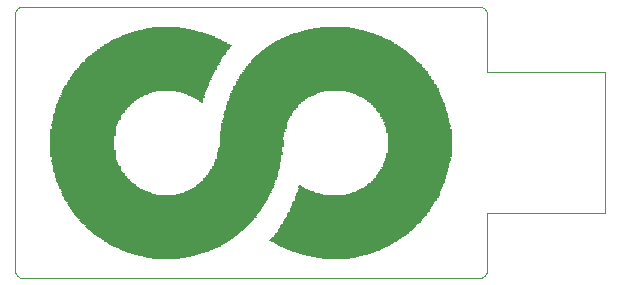
<source format=gto>
G75*
G70*
%OFA0B0*%
%FSLAX24Y24*%
%IPPOS*%
%LPD*%
%AMOC8*
5,1,8,0,0,1.08239X$1,22.5*
%
%ADD10C,0.0000*%
%ADD11R,0.0934X0.0033*%
%ADD12R,0.0933X0.0033*%
%ADD13R,0.1334X0.0033*%
%ADD14R,0.1333X0.0033*%
%ADD15R,0.1633X0.0033*%
%ADD16R,0.1900X0.0033*%
%ADD17R,0.2134X0.0033*%
%ADD18R,0.2167X0.0033*%
%ADD19R,0.2334X0.0033*%
%ADD20R,0.2367X0.0033*%
%ADD21R,0.2600X0.0033*%
%ADD22R,0.2633X0.0033*%
%ADD23R,0.2767X0.0033*%
%ADD24R,0.2800X0.0033*%
%ADD25R,0.2934X0.0033*%
%ADD26R,0.2967X0.0033*%
%ADD27R,0.3100X0.0033*%
%ADD28R,0.3134X0.0033*%
%ADD29R,0.3233X0.0033*%
%ADD30R,0.3266X0.0033*%
%ADD31R,0.3367X0.0033*%
%ADD32R,0.3400X0.0033*%
%ADD33R,0.3567X0.0033*%
%ADD34R,0.3600X0.0033*%
%ADD35R,0.3666X0.0033*%
%ADD36R,0.3734X0.0033*%
%ADD37R,0.3800X0.0033*%
%ADD38R,0.3833X0.0033*%
%ADD39R,0.3900X0.0033*%
%ADD40R,0.3934X0.0033*%
%ADD41R,0.3967X0.0033*%
%ADD42R,0.4033X0.0033*%
%ADD43R,0.4134X0.0033*%
%ADD44R,0.4200X0.0033*%
%ADD45R,0.4233X0.0033*%
%ADD46R,0.4300X0.0033*%
%ADD47R,0.4300X0.0033*%
%ADD48R,0.4433X0.0033*%
%ADD49R,0.4333X0.0033*%
%ADD50R,0.4500X0.0033*%
%ADD51R,0.4334X0.0033*%
%ADD52R,0.4600X0.0033*%
%ADD53R,0.4366X0.0033*%
%ADD54R,0.4700X0.0033*%
%ADD55R,0.4367X0.0033*%
%ADD56R,0.4800X0.0033*%
%ADD57R,0.4433X0.0033*%
%ADD58R,0.4866X0.0033*%
%ADD59R,0.4434X0.0033*%
%ADD60R,0.4934X0.0033*%
%ADD61R,0.5000X0.0033*%
%ADD62R,0.5100X0.0033*%
%ADD63R,0.4467X0.0033*%
%ADD64R,0.5200X0.0033*%
%ADD65R,0.4500X0.0033*%
%ADD66R,0.5266X0.0033*%
%ADD67R,0.5334X0.0033*%
%ADD68R,0.5400X0.0033*%
%ADD69R,0.4533X0.0033*%
%ADD70R,0.5433X0.0033*%
%ADD71R,0.4533X0.0033*%
%ADD72R,0.5500X0.0033*%
%ADD73R,0.4534X0.0033*%
%ADD74R,0.5600X0.0033*%
%ADD75R,0.4566X0.0033*%
%ADD76R,0.5666X0.0033*%
%ADD77R,0.4567X0.0033*%
%ADD78R,0.5734X0.0033*%
%ADD79R,0.5800X0.0033*%
%ADD80R,0.5833X0.0033*%
%ADD81R,0.4600X0.0033*%
%ADD82R,0.5866X0.0033*%
%ADD83R,0.5967X0.0033*%
%ADD84R,0.6000X0.0033*%
%ADD85R,0.4633X0.0033*%
%ADD86R,0.6066X0.0033*%
%ADD87R,0.4667X0.0033*%
%ADD88R,0.6100X0.0033*%
%ADD89R,0.6134X0.0033*%
%ADD90R,0.4667X0.0033*%
%ADD91R,0.6200X0.0033*%
%ADD92R,0.4666X0.0033*%
%ADD93R,0.6266X0.0033*%
%ADD94R,0.6300X0.0033*%
%ADD95R,0.6334X0.0033*%
%ADD96R,0.6400X0.0033*%
%ADD97R,0.6400X0.0033*%
%ADD98R,0.4666X0.0033*%
%ADD99R,0.6466X0.0033*%
%ADD100R,0.6534X0.0033*%
%ADD101R,0.6534X0.0033*%
%ADD102R,0.4700X0.0033*%
%ADD103R,0.6600X0.0033*%
%ADD104R,0.4733X0.0033*%
%ADD105R,0.6633X0.0033*%
%ADD106R,0.6666X0.0033*%
%ADD107R,0.4734X0.0033*%
%ADD108R,0.6734X0.0033*%
%ADD109R,0.6800X0.0033*%
%ADD110R,0.4766X0.0033*%
%ADD111R,0.6800X0.0033*%
%ADD112R,0.4766X0.0033*%
%ADD113R,0.6833X0.0033*%
%ADD114R,0.4767X0.0033*%
%ADD115R,0.6866X0.0033*%
%ADD116R,0.6900X0.0033*%
%ADD117R,0.4767X0.0033*%
%ADD118R,0.3134X0.0033*%
%ADD119R,0.0900X0.0033*%
%ADD120R,0.3133X0.0033*%
%ADD121R,0.3000X0.0033*%
%ADD122R,0.0767X0.0033*%
%ADD123R,0.2967X0.0033*%
%ADD124R,0.2933X0.0033*%
%ADD125R,0.0600X0.0033*%
%ADD126R,0.2867X0.0033*%
%ADD127R,0.0533X0.0033*%
%ADD128R,0.2833X0.0033*%
%ADD129R,0.0433X0.0033*%
%ADD130R,0.2766X0.0033*%
%ADD131R,0.0333X0.0033*%
%ADD132R,0.2734X0.0033*%
%ADD133R,0.2700X0.0033*%
%ADD134R,0.0233X0.0033*%
%ADD135R,0.2634X0.0033*%
%ADD136R,0.2667X0.0033*%
%ADD137R,0.0200X0.0033*%
%ADD138R,0.2633X0.0033*%
%ADD139R,0.0133X0.0033*%
%ADD140R,0.2600X0.0033*%
%ADD141R,0.0067X0.0033*%
%ADD142R,0.2566X0.0033*%
%ADD143R,0.2567X0.0033*%
%ADD144R,0.2533X0.0033*%
%ADD145R,0.2533X0.0033*%
%ADD146R,0.2500X0.0033*%
%ADD147R,0.2534X0.0033*%
%ADD148R,0.2500X0.0033*%
%ADD149R,0.2467X0.0033*%
%ADD150R,0.2466X0.0033*%
%ADD151R,0.2467X0.0033*%
%ADD152R,0.2433X0.0033*%
%ADD153R,0.2434X0.0033*%
%ADD154R,0.2400X0.0033*%
%ADD155R,0.2400X0.0033*%
%ADD156R,0.2366X0.0033*%
%ADD157R,0.2366X0.0033*%
%ADD158R,0.2333X0.0033*%
%ADD159R,0.2333X0.0033*%
%ADD160R,0.2334X0.0033*%
%ADD161R,0.2300X0.0033*%
%ADD162R,0.2300X0.0033*%
%ADD163R,0.2267X0.0033*%
%ADD164R,0.2267X0.0033*%
%ADD165R,0.2233X0.0033*%
%ADD166R,0.2234X0.0033*%
%ADD167R,0.2266X0.0033*%
%ADD168R,0.2233X0.0033*%
%ADD169R,0.2200X0.0033*%
%ADD170R,0.2200X0.0033*%
%ADD171R,0.2166X0.0033*%
%ADD172R,0.2167X0.0033*%
%ADD173R,0.2166X0.0033*%
%ADD174R,0.2133X0.0033*%
%ADD175R,0.2134X0.0033*%
%ADD176R,0.2133X0.0033*%
%ADD177R,0.2100X0.0033*%
%ADD178R,0.2100X0.0033*%
%ADD179R,0.0066X0.0033*%
%ADD180R,0.0133X0.0033*%
%ADD181R,0.2534X0.0033*%
%ADD182R,0.0166X0.0033*%
%ADD183R,0.0200X0.0033*%
%ADD184R,0.2566X0.0033*%
%ADD185R,0.0266X0.0033*%
%ADD186R,0.0367X0.0033*%
%ADD187R,0.0434X0.0033*%
%ADD188R,0.2733X0.0033*%
%ADD189R,0.0534X0.0033*%
%ADD190R,0.0633X0.0033*%
%ADD191R,0.2834X0.0033*%
%ADD192R,0.0700X0.0033*%
%ADD193R,0.2900X0.0033*%
%ADD194R,0.0833X0.0033*%
%ADD195R,0.2966X0.0033*%
%ADD196R,0.1000X0.0033*%
%ADD197R,0.3100X0.0033*%
%ADD198R,0.4800X0.0033*%
%ADD199R,0.6867X0.0033*%
%ADD200R,0.6834X0.0033*%
%ADD201R,0.6733X0.0033*%
%ADD202R,0.6667X0.0033*%
%ADD203R,0.6567X0.0033*%
%ADD204R,0.4734X0.0033*%
%ADD205R,0.6533X0.0033*%
%ADD206R,0.6500X0.0033*%
%ADD207R,0.6433X0.0033*%
%ADD208R,0.6367X0.0033*%
%ADD209R,0.6300X0.0033*%
%ADD210R,0.6233X0.0033*%
%ADD211R,0.6167X0.0033*%
%ADD212R,0.6133X0.0033*%
%ADD213R,0.6033X0.0033*%
%ADD214R,0.4634X0.0033*%
%ADD215R,0.4633X0.0033*%
%ADD216R,0.5900X0.0033*%
%ADD217R,0.5866X0.0033*%
%ADD218R,0.5833X0.0033*%
%ADD219R,0.5767X0.0033*%
%ADD220R,0.5700X0.0033*%
%ADD221R,0.5633X0.0033*%
%ADD222R,0.5534X0.0033*%
%ADD223R,0.5500X0.0033*%
%ADD224R,0.5466X0.0033*%
%ADD225R,0.5334X0.0033*%
%ADD226R,0.5266X0.0033*%
%ADD227R,0.4466X0.0033*%
%ADD228R,0.5167X0.0033*%
%ADD229R,0.4467X0.0033*%
%ADD230R,0.5066X0.0033*%
%ADD231R,0.5000X0.0033*%
%ADD232R,0.4866X0.0033*%
%ADD233R,0.4333X0.0033*%
%ADD234R,0.4267X0.0033*%
%ADD235R,0.4233X0.0033*%
%ADD236R,0.4000X0.0033*%
%ADD237R,0.4067X0.0033*%
%ADD238R,0.3933X0.0033*%
%ADD239R,0.3967X0.0033*%
%ADD240R,0.3900X0.0033*%
%ADD241R,0.3700X0.0033*%
%ADD242R,0.3767X0.0033*%
%ADD243R,0.3633X0.0033*%
%ADD244R,0.3467X0.0033*%
%ADD245R,0.3300X0.0033*%
%ADD246R,0.3133X0.0033*%
%ADD247R,0.3167X0.0033*%
%ADD248R,0.3033X0.0033*%
%ADD249R,0.2700X0.0033*%
%ADD250R,0.2433X0.0033*%
%ADD251R,0.1967X0.0033*%
%ADD252R,0.1700X0.0033*%
%ADD253R,0.1400X0.0033*%
%ADD254R,0.0967X0.0033*%
D10*
X000625Y000347D02*
X015816Y000347D01*
X015847Y000349D01*
X015878Y000354D01*
X015908Y000363D01*
X015937Y000375D01*
X015964Y000390D01*
X015989Y000408D01*
X016013Y000428D01*
X016033Y000452D01*
X016051Y000477D01*
X016066Y000504D01*
X016078Y000533D01*
X016087Y000563D01*
X016092Y000594D01*
X016094Y000625D01*
X016095Y000625D02*
X016095Y002512D01*
X020032Y002512D01*
X020032Y007237D01*
X016095Y007237D01*
X016095Y009124D01*
X016094Y009124D02*
X016092Y009155D01*
X016087Y009186D01*
X016078Y009216D01*
X016066Y009245D01*
X016051Y009272D01*
X016033Y009297D01*
X016013Y009321D01*
X015989Y009341D01*
X015964Y009359D01*
X015937Y009374D01*
X015908Y009386D01*
X015878Y009395D01*
X015847Y009400D01*
X015816Y009402D01*
X000625Y009402D01*
X000594Y009400D01*
X000563Y009395D01*
X000533Y009386D01*
X000504Y009374D01*
X000477Y009359D01*
X000452Y009341D01*
X000428Y009321D01*
X000408Y009297D01*
X000390Y009272D01*
X000375Y009245D01*
X000363Y009216D01*
X000354Y009186D01*
X000349Y009155D01*
X000347Y009124D01*
X000347Y000625D01*
X000349Y000594D01*
X000354Y000563D01*
X000363Y000533D01*
X000375Y000504D01*
X000390Y000477D01*
X000408Y000452D01*
X000428Y000428D01*
X000452Y000408D01*
X000477Y000390D01*
X000504Y000375D01*
X000533Y000363D01*
X000563Y000354D01*
X000594Y000349D01*
X000625Y000347D01*
D11*
X005404Y000972D03*
X005404Y008672D03*
D12*
X011038Y000972D03*
D13*
X005404Y001005D03*
X005404Y008639D03*
D14*
X011038Y001005D03*
D15*
X011021Y001039D03*
X005421Y001039D03*
X005421Y008605D03*
D16*
X005421Y008572D03*
X005421Y001072D03*
X011021Y001072D03*
D17*
X005404Y001105D03*
X008204Y004539D03*
X008204Y004605D03*
X008204Y004639D03*
X008304Y005239D03*
X013804Y005305D03*
X013804Y005339D03*
X013804Y004339D03*
X005404Y008539D03*
X002604Y005039D03*
X002604Y005005D03*
X002604Y004939D03*
X002604Y004905D03*
X002604Y004839D03*
X002604Y004805D03*
X002604Y004739D03*
X002604Y004705D03*
X002604Y004639D03*
X002604Y004605D03*
D18*
X002621Y004539D03*
X002621Y004505D03*
X002621Y004439D03*
X002621Y004405D03*
X002621Y005105D03*
X002621Y005139D03*
X002621Y005205D03*
X002621Y005239D03*
X008121Y004239D03*
X008121Y004205D03*
X008188Y004439D03*
X008188Y004505D03*
X008288Y005205D03*
X008321Y005305D03*
X008321Y005339D03*
X008321Y005405D03*
X013788Y005405D03*
X013821Y005239D03*
X013821Y005205D03*
X013821Y004439D03*
X013821Y004405D03*
X013788Y004305D03*
X013788Y004239D03*
X011021Y001105D03*
D19*
X005404Y001139D03*
D20*
X002888Y003705D03*
X002888Y005939D03*
X007921Y003739D03*
X007921Y003705D03*
X008588Y006005D03*
X013521Y006005D03*
X013521Y003639D03*
X011021Y001139D03*
X005421Y008505D03*
D21*
X005404Y001172D03*
D22*
X003121Y003372D03*
X007688Y003372D03*
X011021Y001172D03*
X013321Y003372D03*
X013321Y006272D03*
X005421Y008472D03*
X003121Y006272D03*
D23*
X008921Y006405D03*
X005421Y001205D03*
D24*
X011004Y001205D03*
X013171Y003239D03*
X013171Y006405D03*
X005437Y008439D03*
X003271Y006405D03*
D25*
X005404Y001239D03*
D26*
X011021Y001239D03*
X013021Y003139D03*
X013021Y006505D03*
X005421Y008405D03*
D27*
X005421Y001272D03*
D28*
X011004Y001272D03*
D29*
X005421Y001305D03*
X005421Y008339D03*
D30*
X011004Y001305D03*
D31*
X005421Y001339D03*
D32*
X011004Y001339D03*
X005437Y008305D03*
D33*
X005421Y001372D03*
D34*
X011004Y001372D03*
X005437Y008272D03*
D35*
X005404Y001405D03*
D36*
X011004Y001405D03*
D37*
X005404Y001439D03*
D38*
X010988Y001439D03*
X005421Y008205D03*
D39*
X005421Y001472D03*
D40*
X011004Y001472D03*
D41*
X005421Y001505D03*
D42*
X010988Y001505D03*
D43*
X005404Y001539D03*
D44*
X011004Y001539D03*
X005437Y008105D03*
D45*
X005421Y001572D03*
D46*
X010987Y001572D03*
X010987Y008072D03*
D47*
X005421Y008039D03*
X005421Y001605D03*
X011021Y001605D03*
D48*
X011288Y001839D03*
X005421Y001639D03*
X005188Y007839D03*
D49*
X005371Y008005D03*
X011071Y001639D03*
D50*
X011421Y001972D03*
X005421Y001672D03*
X005021Y007672D03*
D51*
X011104Y001672D03*
D52*
X011604Y002205D03*
X011637Y002239D03*
X011671Y002305D03*
X011704Y002339D03*
X005404Y001705D03*
X004904Y007505D03*
D53*
X005254Y007905D03*
X011154Y001705D03*
D54*
X011887Y002639D03*
X011921Y002705D03*
X011954Y002739D03*
X005421Y001739D03*
X004587Y007039D03*
X004621Y007105D03*
X004654Y007139D03*
X004687Y007205D03*
D55*
X005288Y007939D03*
X010988Y008039D03*
X011188Y001739D03*
D56*
X005404Y001772D03*
X004337Y006572D03*
X004404Y006672D03*
D57*
X005221Y007872D03*
X011321Y001872D03*
X011221Y001772D03*
D58*
X005404Y001805D03*
D59*
X011254Y001805D03*
X005154Y007805D03*
D60*
X011004Y007839D03*
X005404Y001839D03*
D61*
X005404Y001872D03*
D62*
X005421Y001905D03*
D63*
X011338Y001905D03*
D64*
X005404Y001939D03*
D65*
X011387Y001939D03*
X011454Y002005D03*
X005054Y007705D03*
X010987Y008005D03*
D66*
X005404Y001972D03*
D67*
X005404Y002005D03*
D68*
X005404Y002039D03*
X011004Y007639D03*
D69*
X004971Y007605D03*
X011471Y002039D03*
D70*
X005421Y002072D03*
D71*
X011471Y002072D03*
X004971Y007572D03*
D72*
X005421Y002105D03*
D73*
X011504Y002105D03*
X005004Y007639D03*
D74*
X005404Y002139D03*
D75*
X011554Y002139D03*
X004954Y007539D03*
D76*
X005404Y002172D03*
D77*
X011588Y002172D03*
X010988Y007972D03*
D78*
X005404Y002205D03*
D79*
X005404Y002239D03*
D80*
X005421Y002272D03*
D81*
X011637Y002272D03*
X004804Y007372D03*
X004871Y007472D03*
D82*
X005404Y002305D03*
D83*
X005421Y002339D03*
X011021Y007305D03*
D84*
X005404Y002372D03*
D85*
X011721Y002372D03*
D86*
X005404Y002405D03*
D87*
X011738Y002405D03*
X011771Y002439D03*
X011838Y002539D03*
X011871Y002605D03*
D88*
X005387Y002439D03*
X011021Y007239D03*
D89*
X005404Y002472D03*
D90*
X011771Y002472D03*
X011838Y002572D03*
X004671Y007172D03*
X004738Y007272D03*
D91*
X005404Y002505D03*
D92*
X011804Y002505D03*
X004704Y007239D03*
X011004Y007939D03*
D93*
X005404Y002539D03*
D94*
X005421Y002572D03*
X011021Y007072D03*
D95*
X005404Y002605D03*
D96*
X005404Y002639D03*
X011037Y007005D03*
D97*
X005404Y002672D03*
D98*
X011904Y002672D03*
D99*
X005404Y002705D03*
D100*
X005404Y002739D03*
D101*
X005404Y002772D03*
D102*
X011954Y002772D03*
X004554Y006972D03*
X004621Y007072D03*
D103*
X011037Y006839D03*
X005404Y002805D03*
D104*
X011971Y002805D03*
X011971Y002839D03*
X012038Y002905D03*
X004471Y006805D03*
X004471Y006839D03*
X004538Y006939D03*
X004571Y007005D03*
D105*
X011021Y006805D03*
X005421Y002839D03*
D106*
X005404Y002872D03*
D107*
X012004Y002872D03*
X004504Y006872D03*
D108*
X005404Y002905D03*
D109*
X005404Y002939D03*
X011037Y006705D03*
D110*
X012054Y002939D03*
D111*
X005404Y002972D03*
X011037Y006672D03*
D112*
X004454Y006772D03*
X012054Y002972D03*
D113*
X005388Y003005D03*
D114*
X012088Y003005D03*
X012088Y003039D03*
X004421Y006739D03*
X010988Y007905D03*
D115*
X005404Y003039D03*
D116*
X005387Y003072D03*
X011054Y006572D03*
D117*
X012121Y003072D03*
D118*
X007304Y003105D03*
X003504Y003105D03*
X003504Y006539D03*
D119*
X010187Y003105D03*
D120*
X012938Y003105D03*
D121*
X007371Y003139D03*
X003437Y003139D03*
X003437Y006505D03*
D122*
X010121Y003139D03*
D123*
X003388Y003172D03*
D124*
X007438Y003172D03*
X013071Y003172D03*
X003371Y006472D03*
D125*
X010071Y003172D03*
D126*
X007471Y003205D03*
X003338Y003205D03*
X003338Y006439D03*
X010971Y008439D03*
D127*
X010038Y003205D03*
D128*
X007521Y003239D03*
X003288Y003239D03*
X013121Y003205D03*
X013121Y006439D03*
D129*
X009988Y003239D03*
D130*
X007554Y003272D03*
X003254Y003272D03*
X003254Y006372D03*
D131*
X009971Y003272D03*
D132*
X013204Y003272D03*
X013204Y006372D03*
D133*
X013254Y003305D03*
X007621Y003305D03*
X003187Y003305D03*
X003187Y006339D03*
D134*
X009921Y003305D03*
D135*
X003154Y003339D03*
X003154Y006305D03*
D136*
X007638Y003339D03*
X013271Y006339D03*
D137*
X009904Y003339D03*
D138*
X013288Y003339D03*
X013288Y006305D03*
X008821Y006339D03*
X008788Y006305D03*
D139*
X009871Y003372D03*
D140*
X007704Y003405D03*
X003104Y003405D03*
X003104Y006239D03*
D141*
X009838Y003405D03*
D142*
X013354Y003405D03*
X013354Y006239D03*
D143*
X007721Y003439D03*
X003088Y003439D03*
D144*
X003071Y006205D03*
X008738Y006239D03*
X013371Y006205D03*
X013371Y003439D03*
D145*
X003038Y003472D03*
X003038Y006172D03*
D146*
X007754Y003472D03*
X013421Y006172D03*
D147*
X013404Y003472D03*
D148*
X007787Y003505D03*
X003021Y003505D03*
X002987Y003539D03*
X002987Y006105D03*
X003021Y006139D03*
D149*
X013438Y006139D03*
X013471Y006105D03*
X013471Y003539D03*
X013438Y003505D03*
D150*
X007804Y003539D03*
D151*
X002971Y003572D03*
X002971Y006072D03*
X008671Y006172D03*
D152*
X013488Y006072D03*
X013488Y003572D03*
X007821Y003572D03*
D153*
X007854Y003605D03*
X007854Y003639D03*
X002954Y003605D03*
X002954Y006039D03*
X008654Y006139D03*
D154*
X008637Y006105D03*
X008604Y006039D03*
X013504Y006039D03*
X013504Y003605D03*
X002937Y003639D03*
X002937Y006005D03*
D155*
X002904Y005972D03*
X002904Y003672D03*
X007904Y003672D03*
X008604Y006072D03*
D156*
X008554Y005972D03*
X013554Y005972D03*
X013554Y003672D03*
X002854Y003772D03*
D157*
X013554Y003705D03*
D158*
X013571Y003739D03*
X013571Y005905D03*
X013571Y005939D03*
X008538Y005939D03*
X007971Y003805D03*
X002871Y003739D03*
X002838Y003805D03*
X002838Y005839D03*
X002871Y005905D03*
D159*
X002838Y005872D03*
X007938Y003772D03*
D160*
X013604Y003772D03*
X013604Y005872D03*
D161*
X013621Y005839D03*
X013621Y003839D03*
X013621Y003805D03*
X008521Y005905D03*
X008487Y005839D03*
X008021Y003939D03*
X008021Y003905D03*
X007987Y003839D03*
X002821Y003839D03*
X002821Y005805D03*
D162*
X002787Y005772D03*
X002787Y003872D03*
X007987Y003872D03*
X008454Y005772D03*
X008487Y005872D03*
X013654Y003872D03*
D163*
X013671Y003905D03*
X013671Y003939D03*
X013671Y005705D03*
X013671Y005739D03*
X013638Y005805D03*
X008471Y005805D03*
X008438Y005739D03*
X008071Y004039D03*
X002771Y003939D03*
X002771Y003905D03*
X002738Y004005D03*
X002738Y004039D03*
X002738Y005605D03*
X002738Y005639D03*
X002771Y005705D03*
X002771Y005739D03*
D164*
X002771Y005672D03*
X002771Y003972D03*
X008038Y003972D03*
X013671Y005772D03*
D165*
X013688Y005672D03*
X013688Y003972D03*
X008421Y005672D03*
X008088Y004072D03*
X002721Y004072D03*
X002688Y004172D03*
X002688Y005472D03*
X002721Y005572D03*
D166*
X008054Y004005D03*
D167*
X013704Y004005D03*
X013704Y005639D03*
D168*
X013721Y005605D03*
X013721Y004039D03*
X008421Y005705D03*
X008388Y005605D03*
X008088Y004105D03*
X010988Y008539D03*
D169*
X008371Y005572D03*
X008337Y005472D03*
X008137Y004272D03*
X008104Y004172D03*
X013737Y004072D03*
X013771Y004172D03*
X013771Y005472D03*
X013737Y005572D03*
D170*
X013737Y005539D03*
X013771Y005439D03*
X013771Y004205D03*
X013737Y004139D03*
X013737Y004105D03*
X008404Y005639D03*
X008371Y005539D03*
X008337Y005439D03*
X008104Y004139D03*
X002704Y004139D03*
X002704Y004105D03*
X002671Y004205D03*
X002671Y004239D03*
X002671Y005405D03*
X002671Y005439D03*
X002704Y005505D03*
X002704Y005539D03*
D171*
X002654Y005372D03*
X002654Y004272D03*
X008154Y004372D03*
D172*
X008188Y004472D03*
X008321Y005372D03*
X013788Y005372D03*
X013821Y005272D03*
X013821Y005172D03*
X013821Y004472D03*
X013821Y004372D03*
X013788Y004272D03*
X002621Y004372D03*
X002621Y004472D03*
X002621Y004572D03*
X002621Y005072D03*
X002621Y005172D03*
X002621Y005272D03*
D173*
X002654Y005305D03*
X002654Y005339D03*
X002654Y004339D03*
X002654Y004305D03*
X008154Y004305D03*
X008154Y004339D03*
X008354Y005505D03*
X013754Y005505D03*
D174*
X013838Y005139D03*
X013838Y005105D03*
X013838Y005039D03*
X013838Y005005D03*
X013838Y004939D03*
X013838Y004905D03*
X013838Y004839D03*
X013838Y004805D03*
X013838Y004739D03*
X013838Y004705D03*
X013838Y004639D03*
X013838Y004605D03*
X013838Y004539D03*
X013838Y004505D03*
X008271Y005039D03*
X008271Y005105D03*
X008271Y005139D03*
X008238Y004905D03*
X008238Y004839D03*
X008238Y004805D03*
X008238Y004739D03*
X008238Y004705D03*
X008171Y004405D03*
D175*
X008204Y004572D03*
X008304Y005272D03*
X002604Y004972D03*
X002604Y004872D03*
X002604Y004772D03*
X002604Y004672D03*
D176*
X008238Y004772D03*
X008238Y004872D03*
X008271Y005072D03*
X008271Y005172D03*
X013838Y005072D03*
X013838Y004972D03*
X013838Y004872D03*
X013838Y004772D03*
X013838Y004672D03*
X013838Y004572D03*
D177*
X008254Y004972D03*
X008221Y004672D03*
D178*
X008254Y004939D03*
X008254Y005005D03*
D179*
X006604Y006172D03*
D180*
X006571Y006205D03*
D181*
X008704Y006205D03*
D182*
X006554Y006239D03*
D183*
X006537Y006272D03*
D184*
X008754Y006272D03*
D185*
X006504Y006305D03*
D186*
X006488Y006339D03*
D187*
X006454Y006372D03*
D188*
X008871Y006372D03*
D189*
X006404Y006405D03*
D190*
X006388Y006439D03*
D191*
X008954Y006439D03*
D192*
X006354Y006472D03*
D193*
X008987Y006472D03*
X013087Y006472D03*
D194*
X006288Y006505D03*
D195*
X009054Y006505D03*
D196*
X006237Y006539D03*
D197*
X009121Y006539D03*
X012954Y006539D03*
D198*
X004404Y006705D03*
X004371Y006639D03*
X004371Y006605D03*
D199*
X011038Y006605D03*
D200*
X011054Y006639D03*
D201*
X011038Y006739D03*
D202*
X011038Y006772D03*
D203*
X011021Y006872D03*
D204*
X004504Y006905D03*
D205*
X011038Y006905D03*
D206*
X011021Y006939D03*
D207*
X011021Y006972D03*
D208*
X011021Y007039D03*
D209*
X011021Y007105D03*
D210*
X011021Y007139D03*
D211*
X011021Y007172D03*
D212*
X011038Y007205D03*
D213*
X011021Y007272D03*
D214*
X004854Y007439D03*
X004754Y007305D03*
D215*
X004788Y007339D03*
X004821Y007405D03*
D216*
X011021Y007339D03*
D217*
X011004Y007372D03*
D218*
X011021Y007405D03*
D219*
X011021Y007439D03*
D220*
X011021Y007472D03*
D221*
X011021Y007505D03*
D222*
X011004Y007539D03*
D223*
X010987Y007572D03*
D224*
X011004Y007605D03*
D225*
X011004Y007672D03*
D226*
X011004Y007705D03*
D227*
X005104Y007739D03*
D228*
X010988Y007739D03*
D229*
X005138Y007772D03*
D230*
X011004Y007772D03*
D231*
X011004Y007805D03*
D232*
X011004Y007872D03*
D233*
X005338Y007972D03*
D234*
X005438Y008072D03*
D235*
X010988Y008105D03*
D236*
X005437Y008139D03*
D237*
X010971Y008139D03*
D238*
X005438Y008172D03*
D239*
X010988Y008172D03*
D240*
X010987Y008205D03*
D241*
X005421Y008239D03*
D242*
X010988Y008239D03*
D243*
X010988Y008272D03*
D244*
X010971Y008305D03*
D245*
X010987Y008339D03*
D246*
X005438Y008372D03*
D247*
X010988Y008372D03*
D248*
X010988Y008405D03*
D249*
X010987Y008472D03*
D250*
X010988Y008505D03*
D251*
X010988Y008572D03*
D252*
X010987Y008605D03*
D253*
X011004Y008639D03*
D254*
X011021Y008672D03*
M02*

</source>
